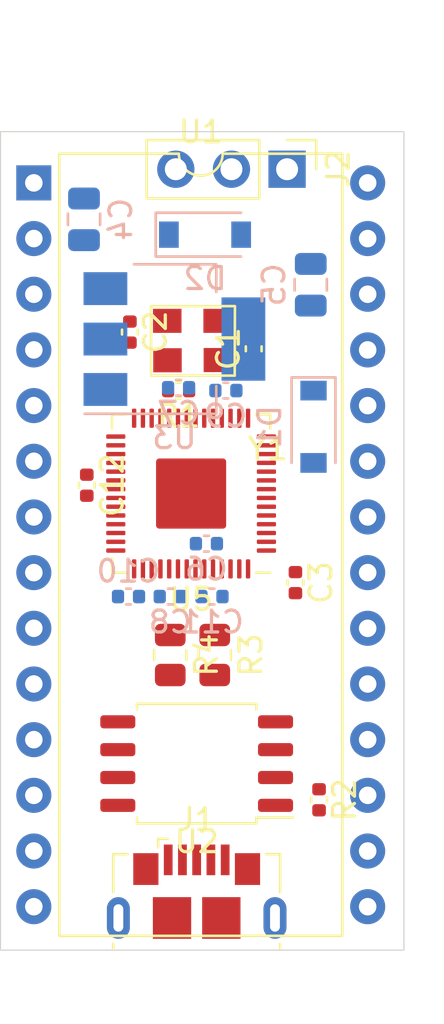
<source format=kicad_pcb>
(kicad_pcb (version 20171130) (host pcbnew 5.1.5+dfsg1-2build2)

  (general
    (thickness 1.6)
    (drawings 4)
    (tracks 0)
    (zones 0)
    (modules 25)
    (nets 37)
  )

  (page A4)
  (layers
    (0 F.Cu signal)
    (31 B.Cu signal)
    (32 B.Adhes user)
    (33 F.Adhes user)
    (34 B.Paste user)
    (35 F.Paste user)
    (36 B.SilkS user)
    (37 F.SilkS user)
    (38 B.Mask user)
    (39 F.Mask user)
    (40 Dwgs.User user)
    (41 Cmts.User user)
    (42 Eco1.User user)
    (43 Eco2.User user)
    (44 Edge.Cuts user)
    (45 Margin user)
    (46 B.CrtYd user)
    (47 F.CrtYd user)
    (48 B.Fab user hide)
    (49 F.Fab user)
  )

  (setup
    (last_trace_width 0.25)
    (trace_clearance 0.2)
    (zone_clearance 0.508)
    (zone_45_only no)
    (trace_min 0.2)
    (via_size 0.8)
    (via_drill 0.4)
    (via_min_size 0.4)
    (via_min_drill 0.3)
    (uvia_size 0.3)
    (uvia_drill 0.1)
    (uvias_allowed no)
    (uvia_min_size 0.2)
    (uvia_min_drill 0.1)
    (edge_width 0.05)
    (segment_width 0.2)
    (pcb_text_width 0.3)
    (pcb_text_size 1.5 1.5)
    (mod_edge_width 0.12)
    (mod_text_size 1 1)
    (mod_text_width 0.15)
    (pad_size 1.524 1.524)
    (pad_drill 0.762)
    (pad_to_mask_clearance 0.051)
    (solder_mask_min_width 0.25)
    (aux_axis_origin 0 0)
    (visible_elements FFFFFF7F)
    (pcbplotparams
      (layerselection 0x010fc_ffffffff)
      (usegerberextensions false)
      (usegerberattributes false)
      (usegerberadvancedattributes false)
      (creategerberjobfile false)
      (excludeedgelayer true)
      (linewidth 0.100000)
      (plotframeref false)
      (viasonmask false)
      (mode 1)
      (useauxorigin false)
      (hpglpennumber 1)
      (hpglpenspeed 20)
      (hpglpendiameter 15.000000)
      (psnegative false)
      (psa4output false)
      (plotreference true)
      (plotvalue true)
      (plotinvisibletext false)
      (padsonsilk false)
      (subtractmaskfromsilk false)
      (outputformat 1)
      (mirror false)
      (drillshape 1)
      (scaleselection 1)
      (outputdirectory ""))
  )

  (net 0 "")
  (net 1 GND)
  (net 2 "Net-(C2-Pad1)")
  (net 3 +3V3)
  (net 4 "Net-(C4-Pad1)")
  (net 5 +1V1)
  (net 6 USB_DP)
  (net 7 USB_DM)
  (net 8 VDD)
  (net 9 "Net-(D1-Pad1)")
  (net 10 SWD)
  (net 11 SWCLK)
  (net 12 SP_A5)
  (net 13 SP_A6)
  (net 14 SP_A7)
  (net 15 SP_DIGITAL_OUT)
  (net 16 SP_A8)
  (net 17 SP_A1)
  (net 18 SP_A2)
  (net 19 SP_A3)
  (net 20 SP_RESET_N)
  (net 21 SP_A4)
  (net 22 SP_SBY_RES_N)
  (net 23 SP_LRQ_N)
  (net 24 SP_SBY)
  (net 25 SP_ALD)
  (net 26 SP_SE)
  (net 27 "Net-(J1-Pad3)")
  (net 28 "Net-(J1-Pad2)")
  (net 29 XIN)
  (net 30 XOUT)
  (net 31 QSPI_SS)
  (net 32 QSPI_SD3)
  (net 33 QSPI_SCLK)
  (net 34 QSPI_SD0)
  (net 35 QSPI_SD2)
  (net 36 QSPI_SD1)

  (net_class Default "This is the default net class."
    (clearance 0.2)
    (trace_width 0.25)
    (via_dia 0.8)
    (via_drill 0.4)
    (uvia_dia 0.3)
    (uvia_drill 0.1)
    (add_net +1V1)
    (add_net +3V3)
    (add_net /RUN)
    (add_net GND)
    (add_net MISO_D0)
    (add_net MOSI_DI)
    (add_net "Net-(C2-Pad1)")
    (add_net "Net-(C4-Pad1)")
    (add_net "Net-(D1-Pad1)")
    (add_net "Net-(J1-Pad2)")
    (add_net "Net-(J1-Pad3)")
    (add_net "Net-(J1-Pad4)")
    (add_net "Net-(U1-Pad12)")
    (add_net "Net-(U1-Pad21)")
    (add_net "Net-(U1-Pad22)")
    (add_net "Net-(U1-Pad26)")
    (add_net "Net-(U1-Pad27)")
    (add_net "Net-(U1-Pad28)")
    (add_net "Net-(U1-Pad3)")
    (add_net "Net-(U1-Pad4)")
    (add_net "Net-(U1-Pad5)")
    (add_net "Net-(U1-Pad6)")
    (add_net "Net-(U5-Pad18)")
    (add_net "Net-(U5-Pad28)")
    (add_net "Net-(U5-Pad35)")
    (add_net "Net-(U5-Pad36)")
    (add_net "Net-(U5-Pad37)")
    (add_net "Net-(U5-Pad38)")
    (add_net "Net-(U5-Pad39)")
    (add_net "Net-(U5-Pad40)")
    (add_net "Net-(U5-Pad41)")
    (add_net QSPI_SCLK)
    (add_net QSPI_SD0)
    (add_net QSPI_SD1)
    (add_net QSPI_SD2)
    (add_net QSPI_SD3)
    (add_net QSPI_SS)
    (add_net SD_CLK)
    (add_net SD_DAT1)
    (add_net SD_DAT2)
    (add_net SD_SS)
    (add_net SP_A1)
    (add_net SP_A2)
    (add_net SP_A3)
    (add_net SP_A4)
    (add_net SP_A5)
    (add_net SP_A6)
    (add_net SP_A7)
    (add_net SP_A8)
    (add_net SP_ALD)
    (add_net SP_DIGITAL_OUT)
    (add_net SP_LRQ_N)
    (add_net SP_RESET_N)
    (add_net SP_SBY)
    (add_net SP_SBY_RES_N)
    (add_net SP_SE)
    (add_net SWCLK)
    (add_net SWD)
    (add_net USB_DM)
    (add_net USB_DP)
    (add_net USB_VBUS)
    (add_net VDD)
    (add_net XIN)
    (add_net XOUT)
  )

  (module Resistor_SMD:R_0805_2012Metric (layer F.Cu) (tedit 5F68FEEE) (tstamp 64E8E234)
    (at 80.391 91.059 270)
    (descr "Resistor SMD 0805 (2012 Metric), square (rectangular) end terminal, IPC_7351 nominal, (Body size source: IPC-SM-782 page 72, https://www.pcb-3d.com/wordpress/wp-content/uploads/ipc-sm-782a_amendment_1_and_2.pdf), generated with kicad-footprint-generator")
    (tags resistor)
    (path /64EAC854/64E979BB)
    (attr smd)
    (fp_text reference R4 (at 0 -1.65 90) (layer F.SilkS)
      (effects (font (size 1 1) (thickness 0.15)))
    )
    (fp_text value 27R (at 0 1.65 90) (layer F.Fab)
      (effects (font (size 1 1) (thickness 0.15)))
    )
    (fp_text user %R (at 0 0 90) (layer F.Fab)
      (effects (font (size 0.5 0.5) (thickness 0.08)))
    )
    (fp_line (start 1.68 0.95) (end -1.68 0.95) (layer F.CrtYd) (width 0.05))
    (fp_line (start 1.68 -0.95) (end 1.68 0.95) (layer F.CrtYd) (width 0.05))
    (fp_line (start -1.68 -0.95) (end 1.68 -0.95) (layer F.CrtYd) (width 0.05))
    (fp_line (start -1.68 0.95) (end -1.68 -0.95) (layer F.CrtYd) (width 0.05))
    (fp_line (start -0.227064 0.735) (end 0.227064 0.735) (layer F.SilkS) (width 0.12))
    (fp_line (start -0.227064 -0.735) (end 0.227064 -0.735) (layer F.SilkS) (width 0.12))
    (fp_line (start 1 0.625) (end -1 0.625) (layer F.Fab) (width 0.1))
    (fp_line (start 1 -0.625) (end 1 0.625) (layer F.Fab) (width 0.1))
    (fp_line (start -1 -0.625) (end 1 -0.625) (layer F.Fab) (width 0.1))
    (fp_line (start -1 0.625) (end -1 -0.625) (layer F.Fab) (width 0.1))
    (pad 2 smd roundrect (at 0.9125 0 270) (size 1.025 1.4) (layers F.Cu F.Paste F.Mask) (roundrect_rratio 0.243902)
      (net 28 "Net-(J1-Pad2)"))
    (pad 1 smd roundrect (at -0.9125 0 270) (size 1.025 1.4) (layers F.Cu F.Paste F.Mask) (roundrect_rratio 0.243902)
      (net 7 USB_DM))
    (model ${KISYS3DMOD}/Resistor_SMD.3dshapes/R_0805_2012Metric.wrl
      (at (xyz 0 0 0))
      (scale (xyz 1 1 1))
      (rotate (xyz 0 0 0))
    )
  )

  (module Resistor_SMD:R_0805_2012Metric (layer F.Cu) (tedit 5F68FEEE) (tstamp 64E8E223)
    (at 82.423 91.059 270)
    (descr "Resistor SMD 0805 (2012 Metric), square (rectangular) end terminal, IPC_7351 nominal, (Body size source: IPC-SM-782 page 72, https://www.pcb-3d.com/wordpress/wp-content/uploads/ipc-sm-782a_amendment_1_and_2.pdf), generated with kicad-footprint-generator")
    (tags resistor)
    (path /64EAC854/64E97426)
    (attr smd)
    (fp_text reference R3 (at 0 -1.65 90) (layer F.SilkS)
      (effects (font (size 1 1) (thickness 0.15)))
    )
    (fp_text value 27R (at 0 1.65 90) (layer F.Fab)
      (effects (font (size 1 1) (thickness 0.15)))
    )
    (fp_text user %R (at 0 0 90) (layer F.Fab)
      (effects (font (size 0.5 0.5) (thickness 0.08)))
    )
    (fp_line (start 1.68 0.95) (end -1.68 0.95) (layer F.CrtYd) (width 0.05))
    (fp_line (start 1.68 -0.95) (end 1.68 0.95) (layer F.CrtYd) (width 0.05))
    (fp_line (start -1.68 -0.95) (end 1.68 -0.95) (layer F.CrtYd) (width 0.05))
    (fp_line (start -1.68 0.95) (end -1.68 -0.95) (layer F.CrtYd) (width 0.05))
    (fp_line (start -0.227064 0.735) (end 0.227064 0.735) (layer F.SilkS) (width 0.12))
    (fp_line (start -0.227064 -0.735) (end 0.227064 -0.735) (layer F.SilkS) (width 0.12))
    (fp_line (start 1 0.625) (end -1 0.625) (layer F.Fab) (width 0.1))
    (fp_line (start 1 -0.625) (end 1 0.625) (layer F.Fab) (width 0.1))
    (fp_line (start -1 -0.625) (end 1 -0.625) (layer F.Fab) (width 0.1))
    (fp_line (start -1 0.625) (end -1 -0.625) (layer F.Fab) (width 0.1))
    (pad 2 smd roundrect (at 0.9125 0 270) (size 1.025 1.4) (layers F.Cu F.Paste F.Mask) (roundrect_rratio 0.243902)
      (net 27 "Net-(J1-Pad3)"))
    (pad 1 smd roundrect (at -0.9125 0 270) (size 1.025 1.4) (layers F.Cu F.Paste F.Mask) (roundrect_rratio 0.243902)
      (net 6 USB_DP))
    (model ${KISYS3DMOD}/Resistor_SMD.3dshapes/R_0805_2012Metric.wrl
      (at (xyz 0 0 0))
      (scale (xyz 1 1 1))
      (rotate (xyz 0 0 0))
    )
  )

  (module ajm_kicad:ecx-32 (layer F.Cu) (tedit 63F92135) (tstamp 64E8C24B)
    (at 77.9145 81.153 180)
    (path /64EAC854/64EB1A02)
    (fp_text reference Y1 (at -6.93 -0.5) (layer F.SilkS)
      (effects (font (size 1 1) (thickness 0.15)))
    )
    (fp_text value ABLS-12.000MHZ-B4-T (at -5.6515 -0.127) (layer F.Fab)
      (effects (font (size 1 1) (thickness 0.15)))
    )
    (fp_line (start -5.43 5.99) (end -5.42 2.84) (layer F.SilkS) (width 0.12))
    (fp_line (start -1.6 6.01) (end -5.43 6.01) (layer F.SilkS) (width 0.12))
    (fp_line (start -1.6 2.84) (end -1.6 6.01) (layer F.SilkS) (width 0.12))
    (fp_line (start -5.42 2.84) (end -1.6 2.84) (layer F.SilkS) (width 0.12))
    (pad 3 smd rect (at -4.64 5.34 180) (size 1.3 1.1) (layers F.Cu F.Paste F.Mask))
    (pad 3 smd rect (at -2.35 3.54 180) (size 1.3 1.1) (layers F.Cu F.Paste F.Mask))
    (pad 2 smd rect (at -2.34 5.34 180) (size 1.3 1.1) (layers F.Cu F.Paste F.Mask)
      (net 2 "Net-(C2-Pad1)"))
    (pad 1 smd rect (at -4.65 3.55 180) (size 1.3 1.1) (layers F.Cu F.Paste F.Mask)
      (net 29 XIN))
  )

  (module Package_DIP:DIP-28_W15.24mm (layer F.Cu) (tedit 5A02E8C5) (tstamp 64E89A34)
    (at 74.163501 69.520001)
    (descr "28-lead though-hole mounted DIP package, row spacing 15.24 mm (600 mils)")
    (tags "THT DIP DIL PDIP 2.54mm 15.24mm 600mil")
    (path /64E82CDE)
    (fp_text reference U1 (at 7.62 -2.33) (layer F.SilkS)
      (effects (font (size 1 1) (thickness 0.15)))
    )
    (fp_text value SP0256AL2 (at 7.62 35.35) (layer F.Fab)
      (effects (font (size 1 1) (thickness 0.15)))
    )
    (fp_text user %R (at 7.62 16.51) (layer F.Fab)
      (effects (font (size 1 1) (thickness 0.15)))
    )
    (fp_line (start 16.3 -1.55) (end -1.05 -1.55) (layer F.CrtYd) (width 0.05))
    (fp_line (start 16.3 34.55) (end 16.3 -1.55) (layer F.CrtYd) (width 0.05))
    (fp_line (start -1.05 34.55) (end 16.3 34.55) (layer F.CrtYd) (width 0.05))
    (fp_line (start -1.05 -1.55) (end -1.05 34.55) (layer F.CrtYd) (width 0.05))
    (fp_line (start 14.08 -1.33) (end 8.62 -1.33) (layer F.SilkS) (width 0.12))
    (fp_line (start 14.08 34.35) (end 14.08 -1.33) (layer F.SilkS) (width 0.12))
    (fp_line (start 1.16 34.35) (end 14.08 34.35) (layer F.SilkS) (width 0.12))
    (fp_line (start 1.16 -1.33) (end 1.16 34.35) (layer F.SilkS) (width 0.12))
    (fp_line (start 6.62 -1.33) (end 1.16 -1.33) (layer F.SilkS) (width 0.12))
    (fp_line (start 0.255 -0.27) (end 1.255 -1.27) (layer F.Fab) (width 0.1))
    (fp_line (start 0.255 34.29) (end 0.255 -0.27) (layer F.Fab) (width 0.1))
    (fp_line (start 14.985 34.29) (end 0.255 34.29) (layer F.Fab) (width 0.1))
    (fp_line (start 14.985 -1.27) (end 14.985 34.29) (layer F.Fab) (width 0.1))
    (fp_line (start 1.255 -1.27) (end 14.985 -1.27) (layer F.Fab) (width 0.1))
    (fp_arc (start 7.62 -1.33) (end 6.62 -1.33) (angle -180) (layer F.SilkS) (width 0.12))
    (pad 28 thru_hole oval (at 15.24 0) (size 1.6 1.6) (drill 0.8) (layers *.Cu *.Mask))
    (pad 14 thru_hole oval (at 0 33.02) (size 1.6 1.6) (drill 0.8) (layers *.Cu *.Mask)
      (net 12 SP_A5))
    (pad 27 thru_hole oval (at 15.24 2.54) (size 1.6 1.6) (drill 0.8) (layers *.Cu *.Mask))
    (pad 13 thru_hole oval (at 0 30.48) (size 1.6 1.6) (drill 0.8) (layers *.Cu *.Mask)
      (net 13 SP_A6))
    (pad 26 thru_hole oval (at 15.24 5.08) (size 1.6 1.6) (drill 0.8) (layers *.Cu *.Mask))
    (pad 12 thru_hole oval (at 0 27.94) (size 1.6 1.6) (drill 0.8) (layers *.Cu *.Mask))
    (pad 25 thru_hole oval (at 15.24 7.62) (size 1.6 1.6) (drill 0.8) (layers *.Cu *.Mask)
      (net 22 SP_SBY_RES_N))
    (pad 11 thru_hole oval (at 0 25.4) (size 1.6 1.6) (drill 0.8) (layers *.Cu *.Mask)
      (net 14 SP_A7))
    (pad 24 thru_hole oval (at 15.24 10.16) (size 1.6 1.6) (drill 0.8) (layers *.Cu *.Mask)
      (net 15 SP_DIGITAL_OUT))
    (pad 10 thru_hole oval (at 0 22.86) (size 1.6 1.6) (drill 0.8) (layers *.Cu *.Mask)
      (net 16 SP_A8))
    (pad 23 thru_hole oval (at 15.24 12.7) (size 1.6 1.6) (drill 0.8) (layers *.Cu *.Mask)
      (net 8 VDD))
    (pad 9 thru_hole oval (at 0 20.32) (size 1.6 1.6) (drill 0.8) (layers *.Cu *.Mask)
      (net 23 SP_LRQ_N))
    (pad 22 thru_hole oval (at 15.24 15.24) (size 1.6 1.6) (drill 0.8) (layers *.Cu *.Mask))
    (pad 8 thru_hole oval (at 0 17.78) (size 1.6 1.6) (drill 0.8) (layers *.Cu *.Mask)
      (net 24 SP_SBY))
    (pad 21 thru_hole oval (at 15.24 17.78) (size 1.6 1.6) (drill 0.8) (layers *.Cu *.Mask))
    (pad 7 thru_hole oval (at 0 15.24) (size 1.6 1.6) (drill 0.8) (layers *.Cu *.Mask)
      (net 8 VDD))
    (pad 20 thru_hole oval (at 15.24 20.32) (size 1.6 1.6) (drill 0.8) (layers *.Cu *.Mask)
      (net 25 SP_ALD))
    (pad 6 thru_hole oval (at 0 12.7) (size 1.6 1.6) (drill 0.8) (layers *.Cu *.Mask))
    (pad 19 thru_hole oval (at 15.24 22.86) (size 1.6 1.6) (drill 0.8) (layers *.Cu *.Mask)
      (net 26 SP_SE))
    (pad 5 thru_hole oval (at 0 10.16) (size 1.6 1.6) (drill 0.8) (layers *.Cu *.Mask))
    (pad 18 thru_hole oval (at 15.24 25.4) (size 1.6 1.6) (drill 0.8) (layers *.Cu *.Mask)
      (net 17 SP_A1))
    (pad 4 thru_hole oval (at 0 7.62) (size 1.6 1.6) (drill 0.8) (layers *.Cu *.Mask))
    (pad 17 thru_hole oval (at 15.24 27.94) (size 1.6 1.6) (drill 0.8) (layers *.Cu *.Mask)
      (net 18 SP_A2))
    (pad 3 thru_hole oval (at 0 5.08) (size 1.6 1.6) (drill 0.8) (layers *.Cu *.Mask))
    (pad 16 thru_hole oval (at 15.24 30.48) (size 1.6 1.6) (drill 0.8) (layers *.Cu *.Mask)
      (net 19 SP_A3))
    (pad 2 thru_hole oval (at 0 2.54) (size 1.6 1.6) (drill 0.8) (layers *.Cu *.Mask)
      (net 20 SP_RESET_N))
    (pad 15 thru_hole oval (at 15.24 33.02) (size 1.6 1.6) (drill 0.8) (layers *.Cu *.Mask)
      (net 21 SP_A4))
    (pad 1 thru_hole rect (at 0 0) (size 1.6 1.6) (drill 0.8) (layers *.Cu *.Mask)
      (net 1 GND))
    (model ${KISYS3DMOD}/Package_DIP.3dshapes/DIP-28_W15.24mm.wrl
      (at (xyz 0 0 0))
      (scale (xyz 1 1 1))
      (rotate (xyz 0 0 0))
    )
  )

  (module Diode_SMD:D_SOD-123 (layer B.Cu) (tedit 58645DC7) (tstamp 64E8994C)
    (at 81.9785 71.882)
    (descr SOD-123)
    (tags SOD-123)
    (path /64EAC854/64ED1647)
    (attr smd)
    (fp_text reference D2 (at 0 2) (layer B.SilkS)
      (effects (font (size 1 1) (thickness 0.15)) (justify mirror))
    )
    (fp_text value D_Small (at 0 -2.1) (layer B.Fab)
      (effects (font (size 1 1) (thickness 0.15)) (justify mirror))
    )
    (fp_line (start -2.25 1) (end 1.65 1) (layer B.SilkS) (width 0.12))
    (fp_line (start -2.25 -1) (end 1.65 -1) (layer B.SilkS) (width 0.12))
    (fp_line (start -2.35 1.15) (end -2.35 -1.15) (layer B.CrtYd) (width 0.05))
    (fp_line (start 2.35 -1.15) (end -2.35 -1.15) (layer B.CrtYd) (width 0.05))
    (fp_line (start 2.35 1.15) (end 2.35 -1.15) (layer B.CrtYd) (width 0.05))
    (fp_line (start -2.35 1.15) (end 2.35 1.15) (layer B.CrtYd) (width 0.05))
    (fp_line (start -1.4 0.9) (end 1.4 0.9) (layer B.Fab) (width 0.1))
    (fp_line (start 1.4 0.9) (end 1.4 -0.9) (layer B.Fab) (width 0.1))
    (fp_line (start 1.4 -0.9) (end -1.4 -0.9) (layer B.Fab) (width 0.1))
    (fp_line (start -1.4 -0.9) (end -1.4 0.9) (layer B.Fab) (width 0.1))
    (fp_line (start -0.75 0) (end -0.35 0) (layer B.Fab) (width 0.1))
    (fp_line (start -0.35 0) (end -0.35 0.55) (layer B.Fab) (width 0.1))
    (fp_line (start -0.35 0) (end -0.35 -0.55) (layer B.Fab) (width 0.1))
    (fp_line (start -0.35 0) (end 0.25 0.4) (layer B.Fab) (width 0.1))
    (fp_line (start 0.25 0.4) (end 0.25 -0.4) (layer B.Fab) (width 0.1))
    (fp_line (start 0.25 -0.4) (end -0.35 0) (layer B.Fab) (width 0.1))
    (fp_line (start 0.25 0) (end 0.75 0) (layer B.Fab) (width 0.1))
    (fp_line (start -2.25 1) (end -2.25 -1) (layer B.SilkS) (width 0.12))
    (fp_text user %R (at 0 2) (layer B.Fab)
      (effects (font (size 1 1) (thickness 0.15)) (justify mirror))
    )
    (pad 2 smd rect (at 1.65 0) (size 0.9 1.2) (layers B.Cu B.Paste B.Mask)
      (net 9 "Net-(D1-Pad1)"))
    (pad 1 smd rect (at -1.65 0) (size 0.9 1.2) (layers B.Cu B.Paste B.Mask)
      (net 4 "Net-(C4-Pad1)"))
    (model ${KISYS3DMOD}/Diode_SMD.3dshapes/D_SOD-123.wrl
      (at (xyz 0 0 0))
      (scale (xyz 1 1 1))
      (rotate (xyz 0 0 0))
    )
  )

  (module Diode_SMD:D_SOD-123 (layer B.Cu) (tedit 58645DC7) (tstamp 64E89933)
    (at 86.9315 80.645 270)
    (descr SOD-123)
    (tags SOD-123)
    (path /64EAC854/64ED21DF)
    (attr smd)
    (fp_text reference D1 (at 0 2 90) (layer B.SilkS)
      (effects (font (size 1 1) (thickness 0.15)) (justify mirror))
    )
    (fp_text value D_Small (at 0 -2.1 90) (layer B.Fab)
      (effects (font (size 1 1) (thickness 0.15)) (justify mirror))
    )
    (fp_line (start -2.25 1) (end 1.65 1) (layer B.SilkS) (width 0.12))
    (fp_line (start -2.25 -1) (end 1.65 -1) (layer B.SilkS) (width 0.12))
    (fp_line (start -2.35 1.15) (end -2.35 -1.15) (layer B.CrtYd) (width 0.05))
    (fp_line (start 2.35 -1.15) (end -2.35 -1.15) (layer B.CrtYd) (width 0.05))
    (fp_line (start 2.35 1.15) (end 2.35 -1.15) (layer B.CrtYd) (width 0.05))
    (fp_line (start -2.35 1.15) (end 2.35 1.15) (layer B.CrtYd) (width 0.05))
    (fp_line (start -1.4 0.9) (end 1.4 0.9) (layer B.Fab) (width 0.1))
    (fp_line (start 1.4 0.9) (end 1.4 -0.9) (layer B.Fab) (width 0.1))
    (fp_line (start 1.4 -0.9) (end -1.4 -0.9) (layer B.Fab) (width 0.1))
    (fp_line (start -1.4 -0.9) (end -1.4 0.9) (layer B.Fab) (width 0.1))
    (fp_line (start -0.75 0) (end -0.35 0) (layer B.Fab) (width 0.1))
    (fp_line (start -0.35 0) (end -0.35 0.55) (layer B.Fab) (width 0.1))
    (fp_line (start -0.35 0) (end -0.35 -0.55) (layer B.Fab) (width 0.1))
    (fp_line (start -0.35 0) (end 0.25 0.4) (layer B.Fab) (width 0.1))
    (fp_line (start 0.25 0.4) (end 0.25 -0.4) (layer B.Fab) (width 0.1))
    (fp_line (start 0.25 -0.4) (end -0.35 0) (layer B.Fab) (width 0.1))
    (fp_line (start 0.25 0) (end 0.75 0) (layer B.Fab) (width 0.1))
    (fp_line (start -2.25 1) (end -2.25 -1) (layer B.SilkS) (width 0.12))
    (fp_text user %R (at 0 2 90) (layer B.Fab)
      (effects (font (size 1 1) (thickness 0.15)) (justify mirror))
    )
    (pad 2 smd rect (at 1.65 0 270) (size 0.9 1.2) (layers B.Cu B.Paste B.Mask)
      (net 8 VDD))
    (pad 1 smd rect (at -1.65 0 270) (size 0.9 1.2) (layers B.Cu B.Paste B.Mask)
      (net 9 "Net-(D1-Pad1)"))
    (model ${KISYS3DMOD}/Diode_SMD.3dshapes/D_SOD-123.wrl
      (at (xyz 0 0 0))
      (scale (xyz 1 1 1))
      (rotate (xyz 0 0 0))
    )
  )

  (module rp2040:RP2040-QFN-56-no_holes (layer F.Cu) (tedit 60FE54E1) (tstamp 64E83D8C)
    (at 81.3435 83.693 180)
    (descr "QFN, 56 Pin (http://www.cypress.com/file/416486/download#page=40), generated with kicad-footprint-generator ipc_dfn_qfn_generator.py")
    (tags "QFN DFN_QFN")
    (path /63E250D6)
    (attr smd)
    (fp_text reference U5 (at 0 -4.82) (layer F.SilkS)
      (effects (font (size 1 1) (thickness 0.15)))
    )
    (fp_text value RP2040 (at 0 4.82) (layer F.Fab)
      (effects (font (size 1 1) (thickness 0.15)))
    )
    (fp_line (start 2.96 -3.61) (end 3.61 -3.61) (layer F.SilkS) (width 0.12))
    (fp_line (start 3.61 -3.61) (end 3.61 -2.96) (layer F.SilkS) (width 0.12))
    (fp_line (start -2.96 3.61) (end -3.61 3.61) (layer F.SilkS) (width 0.12))
    (fp_line (start -3.61 3.61) (end -3.61 2.96) (layer F.SilkS) (width 0.12))
    (fp_line (start 2.96 3.61) (end 3.61 3.61) (layer F.SilkS) (width 0.12))
    (fp_line (start 3.61 3.61) (end 3.61 2.96) (layer F.SilkS) (width 0.12))
    (fp_line (start -2.96 -3.61) (end -3.61 -3.61) (layer F.SilkS) (width 0.12))
    (fp_line (start -2.5 -3.5) (end 3.5 -3.5) (layer F.Fab) (width 0.1))
    (fp_line (start 3.5 -3.5) (end 3.5 3.5) (layer F.Fab) (width 0.1))
    (fp_line (start 3.5 3.5) (end -3.5 3.5) (layer F.Fab) (width 0.1))
    (fp_line (start -3.5 3.5) (end -3.5 -2.5) (layer F.Fab) (width 0.1))
    (fp_line (start -3.5 -2.5) (end -2.5 -3.5) (layer F.Fab) (width 0.1))
    (fp_line (start -4.12 -4.12) (end -4.12 4.12) (layer F.CrtYd) (width 0.05))
    (fp_line (start -4.12 4.12) (end 4.12 4.12) (layer F.CrtYd) (width 0.05))
    (fp_line (start 4.12 4.12) (end 4.12 -4.12) (layer F.CrtYd) (width 0.05))
    (fp_line (start 4.12 -4.12) (end -4.12 -4.12) (layer F.CrtYd) (width 0.05))
    (fp_text user %R (at 0 0) (layer F.Fab)
      (effects (font (size 1 1) (thickness 0.15)))
    )
    (pad 57 smd roundrect (at 0 0 180) (size 3.2 3.2) (layers F.Cu F.Mask) (roundrect_rratio 0.045)
      (net 1 GND))
    (pad "" smd roundrect (at -0.6375 -0.6375 180) (size 1.084435 1.084435) (layers F.Paste) (roundrect_rratio 0.230535))
    (pad "" smd roundrect (at -0.6375 0.6375 180) (size 1.084435 1.084435) (layers F.Paste) (roundrect_rratio 0.230535))
    (pad "" smd roundrect (at 0.6375 -0.6375 180) (size 1.084435 1.084435) (layers F.Paste) (roundrect_rratio 0.230535))
    (pad "" smd roundrect (at 0.6375 0.6375 180) (size 1.084435 1.084435) (layers F.Paste) (roundrect_rratio 0.230535))
    (pad 1 smd roundrect (at -3.4375 -2.6 180) (size 0.875 0.2) (layers F.Cu F.Paste F.Mask) (roundrect_rratio 0.25)
      (net 3 +3V3))
    (pad 2 smd roundrect (at -3.4375 -2.2 180) (size 0.875 0.2) (layers F.Cu F.Paste F.Mask) (roundrect_rratio 0.25)
      (net 17 SP_A1))
    (pad 3 smd roundrect (at -3.4375 -1.8 180) (size 0.875 0.2) (layers F.Cu F.Paste F.Mask) (roundrect_rratio 0.25)
      (net 18 SP_A2))
    (pad 4 smd roundrect (at -3.4375 -1.4 180) (size 0.875 0.2) (layers F.Cu F.Paste F.Mask) (roundrect_rratio 0.25)
      (net 19 SP_A3))
    (pad 5 smd roundrect (at -3.4375 -1 180) (size 0.875 0.2) (layers F.Cu F.Paste F.Mask) (roundrect_rratio 0.25)
      (net 21 SP_A4))
    (pad 6 smd roundrect (at -3.4375 -0.6 180) (size 0.875 0.2) (layers F.Cu F.Paste F.Mask) (roundrect_rratio 0.25)
      (net 12 SP_A5))
    (pad 7 smd roundrect (at -3.4375 -0.2 180) (size 0.875 0.2) (layers F.Cu F.Paste F.Mask) (roundrect_rratio 0.25)
      (net 13 SP_A6))
    (pad 8 smd roundrect (at -3.4375 0.2 180) (size 0.875 0.2) (layers F.Cu F.Paste F.Mask) (roundrect_rratio 0.25)
      (net 14 SP_A7))
    (pad 9 smd roundrect (at -3.4375 0.6 180) (size 0.875 0.2) (layers F.Cu F.Paste F.Mask) (roundrect_rratio 0.25)
      (net 16 SP_A8))
    (pad 10 smd roundrect (at -3.4375 1 180) (size 0.875 0.2) (layers F.Cu F.Paste F.Mask) (roundrect_rratio 0.25)
      (net 3 +3V3))
    (pad 11 smd roundrect (at -3.4375 1.4 180) (size 0.875 0.2) (layers F.Cu F.Paste F.Mask) (roundrect_rratio 0.25)
      (net 25 SP_ALD))
    (pad 12 smd roundrect (at -3.4375 1.8 180) (size 0.875 0.2) (layers F.Cu F.Paste F.Mask) (roundrect_rratio 0.25)
      (net 26 SP_SE))
    (pad 13 smd roundrect (at -3.4375 2.2 180) (size 0.875 0.2) (layers F.Cu F.Paste F.Mask) (roundrect_rratio 0.25)
      (net 22 SP_SBY_RES_N))
    (pad 14 smd roundrect (at -3.4375 2.6 180) (size 0.875 0.2) (layers F.Cu F.Paste F.Mask) (roundrect_rratio 0.25)
      (net 15 SP_DIGITAL_OUT))
    (pad 15 smd roundrect (at -2.6 3.4375 180) (size 0.2 0.875) (layers F.Cu F.Paste F.Mask) (roundrect_rratio 0.25)
      (net 20 SP_RESET_N))
    (pad 16 smd roundrect (at -2.2 3.4375 180) (size 0.2 0.875) (layers F.Cu F.Paste F.Mask) (roundrect_rratio 0.25)
      (net 23 SP_LRQ_N))
    (pad 17 smd roundrect (at -1.8 3.4375 180) (size 0.2 0.875) (layers F.Cu F.Paste F.Mask) (roundrect_rratio 0.25)
      (net 24 SP_SBY))
    (pad 18 smd roundrect (at -1.4 3.4375 180) (size 0.2 0.875) (layers F.Cu F.Paste F.Mask) (roundrect_rratio 0.25))
    (pad 19 smd roundrect (at -1 3.4375 180) (size 0.2 0.875) (layers F.Cu F.Paste F.Mask) (roundrect_rratio 0.25)
      (net 1 GND))
    (pad 20 smd roundrect (at -0.6 3.4375 180) (size 0.2 0.875) (layers F.Cu F.Paste F.Mask) (roundrect_rratio 0.25)
      (net 29 XIN))
    (pad 21 smd roundrect (at -0.2 3.4375 180) (size 0.2 0.875) (layers F.Cu F.Paste F.Mask) (roundrect_rratio 0.25)
      (net 30 XOUT))
    (pad 22 smd roundrect (at 0.2 3.4375 180) (size 0.2 0.875) (layers F.Cu F.Paste F.Mask) (roundrect_rratio 0.25)
      (net 3 +3V3))
    (pad 23 smd roundrect (at 0.6 3.4375 180) (size 0.2 0.875) (layers F.Cu F.Paste F.Mask) (roundrect_rratio 0.25)
      (net 5 +1V1))
    (pad 24 smd roundrect (at 1 3.4375 180) (size 0.2 0.875) (layers F.Cu F.Paste F.Mask) (roundrect_rratio 0.25)
      (net 11 SWCLK))
    (pad 25 smd roundrect (at 1.4 3.4375 180) (size 0.2 0.875) (layers F.Cu F.Paste F.Mask) (roundrect_rratio 0.25)
      (net 10 SWD))
    (pad 26 smd roundrect (at 1.8 3.4375 180) (size 0.2 0.875) (layers F.Cu F.Paste F.Mask) (roundrect_rratio 0.25))
    (pad 27 smd roundrect (at 2.2 3.4375 180) (size 0.2 0.875) (layers F.Cu F.Paste F.Mask) (roundrect_rratio 0.25))
    (pad 28 smd roundrect (at 2.6 3.4375 180) (size 0.2 0.875) (layers F.Cu F.Paste F.Mask) (roundrect_rratio 0.25))
    (pad 29 smd roundrect (at 3.4375 2.6 180) (size 0.875 0.2) (layers F.Cu F.Paste F.Mask) (roundrect_rratio 0.25))
    (pad 30 smd roundrect (at 3.4375 2.2 180) (size 0.875 0.2) (layers F.Cu F.Paste F.Mask) (roundrect_rratio 0.25))
    (pad 31 smd roundrect (at 3.4375 1.8 180) (size 0.875 0.2) (layers F.Cu F.Paste F.Mask) (roundrect_rratio 0.25))
    (pad 32 smd roundrect (at 3.4375 1.4 180) (size 0.875 0.2) (layers F.Cu F.Paste F.Mask) (roundrect_rratio 0.25))
    (pad 33 smd roundrect (at 3.4375 1 180) (size 0.875 0.2) (layers F.Cu F.Paste F.Mask) (roundrect_rratio 0.25)
      (net 3 +3V3))
    (pad 34 smd roundrect (at 3.4375 0.6 180) (size 0.875 0.2) (layers F.Cu F.Paste F.Mask) (roundrect_rratio 0.25))
    (pad 35 smd roundrect (at 3.4375 0.2 180) (size 0.875 0.2) (layers F.Cu F.Paste F.Mask) (roundrect_rratio 0.25))
    (pad 36 smd roundrect (at 3.4375 -0.2 180) (size 0.875 0.2) (layers F.Cu F.Paste F.Mask) (roundrect_rratio 0.25))
    (pad 37 smd roundrect (at 3.4375 -0.6 180) (size 0.875 0.2) (layers F.Cu F.Paste F.Mask) (roundrect_rratio 0.25))
    (pad 38 smd roundrect (at 3.4375 -1 180) (size 0.875 0.2) (layers F.Cu F.Paste F.Mask) (roundrect_rratio 0.25))
    (pad 39 smd roundrect (at 3.4375 -1.4 180) (size 0.875 0.2) (layers F.Cu F.Paste F.Mask) (roundrect_rratio 0.25))
    (pad 40 smd roundrect (at 3.4375 -1.8 180) (size 0.875 0.2) (layers F.Cu F.Paste F.Mask) (roundrect_rratio 0.25))
    (pad 41 smd roundrect (at 3.4375 -2.2 180) (size 0.875 0.2) (layers F.Cu F.Paste F.Mask) (roundrect_rratio 0.25))
    (pad 42 smd roundrect (at 3.4375 -2.6 180) (size 0.875 0.2) (layers F.Cu F.Paste F.Mask) (roundrect_rratio 0.25)
      (net 3 +3V3))
    (pad 43 smd roundrect (at 2.6 -3.4375 180) (size 0.2 0.875) (layers F.Cu F.Paste F.Mask) (roundrect_rratio 0.25)
      (net 3 +3V3))
    (pad 44 smd roundrect (at 2.2 -3.4375 180) (size 0.2 0.875) (layers F.Cu F.Paste F.Mask) (roundrect_rratio 0.25)
      (net 3 +3V3))
    (pad 45 smd roundrect (at 1.8 -3.4375 180) (size 0.2 0.875) (layers F.Cu F.Paste F.Mask) (roundrect_rratio 0.25)
      (net 5 +1V1))
    (pad 46 smd roundrect (at 1.4 -3.4375 180) (size 0.2 0.875) (layers F.Cu F.Paste F.Mask) (roundrect_rratio 0.25)
      (net 7 USB_DM))
    (pad 47 smd roundrect (at 1 -3.4375 180) (size 0.2 0.875) (layers F.Cu F.Paste F.Mask) (roundrect_rratio 0.25)
      (net 6 USB_DP))
    (pad 48 smd roundrect (at 0.6 -3.4375 180) (size 0.2 0.875) (layers F.Cu F.Paste F.Mask) (roundrect_rratio 0.25)
      (net 3 +3V3))
    (pad 49 smd roundrect (at 0.2 -3.4375 180) (size 0.2 0.875) (layers F.Cu F.Paste F.Mask) (roundrect_rratio 0.25)
      (net 3 +3V3))
    (pad 50 smd roundrect (at -0.2 -3.4375 180) (size 0.2 0.875) (layers F.Cu F.Paste F.Mask) (roundrect_rratio 0.25)
      (net 5 +1V1))
    (pad 51 smd roundrect (at -0.6 -3.4375 180) (size 0.2 0.875) (layers F.Cu F.Paste F.Mask) (roundrect_rratio 0.25)
      (net 32 QSPI_SD3))
    (pad 52 smd roundrect (at -1 -3.4375 180) (size 0.2 0.875) (layers F.Cu F.Paste F.Mask) (roundrect_rratio 0.25)
      (net 33 QSPI_SCLK))
    (pad 53 smd roundrect (at -1.4 -3.4375 180) (size 0.2 0.875) (layers F.Cu F.Paste F.Mask) (roundrect_rratio 0.25)
      (net 34 QSPI_SD0))
    (pad 54 smd roundrect (at -1.8 -3.4375 180) (size 0.2 0.875) (layers F.Cu F.Paste F.Mask) (roundrect_rratio 0.25)
      (net 35 QSPI_SD2))
    (pad 55 smd roundrect (at -2.2 -3.4375 180) (size 0.2 0.875) (layers F.Cu F.Paste F.Mask) (roundrect_rratio 0.25)
      (net 36 QSPI_SD1))
    (pad 56 smd roundrect (at -2.6 -3.4375 180) (size 0.2 0.875) (layers F.Cu F.Paste F.Mask) (roundrect_rratio 0.25)
      (net 31 QSPI_SS))
    (model ${KISYS3DMOD}/Package_DFN_QFN.3dshapes/QFN-56-1EP_7x7mm_P0.4mm_EP5.6x5.6mm.wrl
      (at (xyz 0 0 0))
      (scale (xyz 1 1 1))
      (rotate (xyz 0 0 0))
    )
  )

  (module Package_TO_SOT_SMD:SOT-223-3_TabPin2 (layer B.Cu) (tedit 5A02FF57) (tstamp 64E83D3A)
    (at 80.5815 76.6445)
    (descr "module CMS SOT223 4 pins")
    (tags "CMS SOT")
    (path /64EAC854/64EC8899)
    (attr smd)
    (fp_text reference U3 (at 0 4.5) (layer B.SilkS)
      (effects (font (size 1 1) (thickness 0.15)) (justify mirror))
    )
    (fp_text value NCP1117-3.3_SOT223 (at 0 -4.5) (layer B.Fab)
      (effects (font (size 1 1) (thickness 0.15)) (justify mirror))
    )
    (fp_line (start 1.85 3.35) (end 1.85 -3.35) (layer B.Fab) (width 0.1))
    (fp_line (start -1.85 -3.35) (end 1.85 -3.35) (layer B.Fab) (width 0.1))
    (fp_line (start -4.1 3.41) (end 1.91 3.41) (layer B.SilkS) (width 0.12))
    (fp_line (start -0.85 3.35) (end 1.85 3.35) (layer B.Fab) (width 0.1))
    (fp_line (start -1.85 -3.41) (end 1.91 -3.41) (layer B.SilkS) (width 0.12))
    (fp_line (start -1.85 2.35) (end -1.85 -3.35) (layer B.Fab) (width 0.1))
    (fp_line (start -1.85 2.35) (end -0.85 3.35) (layer B.Fab) (width 0.1))
    (fp_line (start -4.4 3.6) (end -4.4 -3.6) (layer B.CrtYd) (width 0.05))
    (fp_line (start -4.4 -3.6) (end 4.4 -3.6) (layer B.CrtYd) (width 0.05))
    (fp_line (start 4.4 -3.6) (end 4.4 3.6) (layer B.CrtYd) (width 0.05))
    (fp_line (start 4.4 3.6) (end -4.4 3.6) (layer B.CrtYd) (width 0.05))
    (fp_line (start 1.91 3.41) (end 1.91 2.15) (layer B.SilkS) (width 0.12))
    (fp_line (start 1.91 -3.41) (end 1.91 -2.15) (layer B.SilkS) (width 0.12))
    (fp_text user %R (at 0 0 -90) (layer B.Fab)
      (effects (font (size 0.8 0.8) (thickness 0.12)) (justify mirror))
    )
    (pad 1 smd rect (at -3.15 2.3) (size 2 1.5) (layers B.Cu B.Paste B.Mask)
      (net 1 GND))
    (pad 3 smd rect (at -3.15 -2.3) (size 2 1.5) (layers B.Cu B.Paste B.Mask)
      (net 4 "Net-(C4-Pad1)"))
    (pad 2 smd rect (at -3.15 0) (size 2 1.5) (layers B.Cu B.Paste B.Mask)
      (net 3 +3V3))
    (pad 2 smd rect (at 3.15 0) (size 2 3.8) (layers B.Cu B.Paste B.Mask)
      (net 3 +3V3))
    (model ${KISYS3DMOD}/Package_TO_SOT_SMD.3dshapes/SOT-223.wrl
      (at (xyz 0 0 0))
      (scale (xyz 1 1 1))
      (rotate (xyz 0 0 0))
    )
  )

  (module Package_SO:SOIC-8_5.23x5.23mm_P1.27mm (layer F.Cu) (tedit 5D9F72B1) (tstamp 64E83D24)
    (at 81.5975 96.012 180)
    (descr "SOIC, 8 Pin (http://www.winbond.com/resource-files/w25q32jv%20revg%2003272018%20plus.pdf#page=68), generated with kicad-footprint-generator ipc_gullwing_generator.py")
    (tags "SOIC SO")
    (path /64EAC854/64EBD60A)
    (attr smd)
    (fp_text reference U2 (at 0 -3.56) (layer F.SilkS)
      (effects (font (size 1 1) (thickness 0.15)))
    )
    (fp_text value W25Q128JVS (at 0 3.56) (layer F.Fab)
      (effects (font (size 1 1) (thickness 0.15)))
    )
    (fp_text user %R (at 0 0) (layer F.Fab)
      (effects (font (size 1 1) (thickness 0.15)))
    )
    (fp_line (start 4.65 -2.86) (end -4.65 -2.86) (layer F.CrtYd) (width 0.05))
    (fp_line (start 4.65 2.86) (end 4.65 -2.86) (layer F.CrtYd) (width 0.05))
    (fp_line (start -4.65 2.86) (end 4.65 2.86) (layer F.CrtYd) (width 0.05))
    (fp_line (start -4.65 -2.86) (end -4.65 2.86) (layer F.CrtYd) (width 0.05))
    (fp_line (start -2.615 -1.615) (end -1.615 -2.615) (layer F.Fab) (width 0.1))
    (fp_line (start -2.615 2.615) (end -2.615 -1.615) (layer F.Fab) (width 0.1))
    (fp_line (start 2.615 2.615) (end -2.615 2.615) (layer F.Fab) (width 0.1))
    (fp_line (start 2.615 -2.615) (end 2.615 2.615) (layer F.Fab) (width 0.1))
    (fp_line (start -1.615 -2.615) (end 2.615 -2.615) (layer F.Fab) (width 0.1))
    (fp_line (start -2.725 -2.465) (end -4.4 -2.465) (layer F.SilkS) (width 0.12))
    (fp_line (start -2.725 -2.725) (end -2.725 -2.465) (layer F.SilkS) (width 0.12))
    (fp_line (start 0 -2.725) (end -2.725 -2.725) (layer F.SilkS) (width 0.12))
    (fp_line (start 2.725 -2.725) (end 2.725 -2.465) (layer F.SilkS) (width 0.12))
    (fp_line (start 0 -2.725) (end 2.725 -2.725) (layer F.SilkS) (width 0.12))
    (fp_line (start -2.725 2.725) (end -2.725 2.465) (layer F.SilkS) (width 0.12))
    (fp_line (start 0 2.725) (end -2.725 2.725) (layer F.SilkS) (width 0.12))
    (fp_line (start 2.725 2.725) (end 2.725 2.465) (layer F.SilkS) (width 0.12))
    (fp_line (start 0 2.725) (end 2.725 2.725) (layer F.SilkS) (width 0.12))
    (pad 8 smd roundrect (at 3.6 -1.905 180) (size 1.6 0.6) (layers F.Cu F.Paste F.Mask) (roundrect_rratio 0.25)
      (net 3 +3V3))
    (pad 7 smd roundrect (at 3.6 -0.635 180) (size 1.6 0.6) (layers F.Cu F.Paste F.Mask) (roundrect_rratio 0.25)
      (net 32 QSPI_SD3))
    (pad 6 smd roundrect (at 3.6 0.635 180) (size 1.6 0.6) (layers F.Cu F.Paste F.Mask) (roundrect_rratio 0.25)
      (net 33 QSPI_SCLK))
    (pad 5 smd roundrect (at 3.6 1.905 180) (size 1.6 0.6) (layers F.Cu F.Paste F.Mask) (roundrect_rratio 0.25)
      (net 34 QSPI_SD0))
    (pad 4 smd roundrect (at -3.6 1.905 180) (size 1.6 0.6) (layers F.Cu F.Paste F.Mask) (roundrect_rratio 0.25)
      (net 1 GND))
    (pad 3 smd roundrect (at -3.6 0.635 180) (size 1.6 0.6) (layers F.Cu F.Paste F.Mask) (roundrect_rratio 0.25)
      (net 35 QSPI_SD2))
    (pad 2 smd roundrect (at -3.6 -0.635 180) (size 1.6 0.6) (layers F.Cu F.Paste F.Mask) (roundrect_rratio 0.25)
      (net 36 QSPI_SD1))
    (pad 1 smd roundrect (at -3.6 -1.905 180) (size 1.6 0.6) (layers F.Cu F.Paste F.Mask) (roundrect_rratio 0.25)
      (net 31 QSPI_SS))
    (model ${KISYS3DMOD}/Package_SO.3dshapes/SOIC-8_5.23x5.23mm_P1.27mm.wrl
      (at (xyz 0 0 0))
      (scale (xyz 1 1 1))
      (rotate (xyz 0 0 0))
    )
  )

  (module Capacitor_SMD:C_0402_1005Metric (layer F.Cu) (tedit 5F68FEEE) (tstamp 64E83D05)
    (at 87.1855 97.663 270)
    (descr "Capacitor SMD 0402 (1005 Metric), square (rectangular) end terminal, IPC_7351 nominal, (Body size source: IPC-SM-782 page 76, https://www.pcb-3d.com/wordpress/wp-content/uploads/ipc-sm-782a_amendment_1_and_2.pdf), generated with kicad-footprint-generator")
    (tags capacitor)
    (path /64EAC854/64EBD5F9)
    (attr smd)
    (fp_text reference R2 (at 0 -1.16 90) (layer F.SilkS)
      (effects (font (size 1 1) (thickness 0.15)))
    )
    (fp_text value 10k (at 0 1.16 90) (layer F.Fab)
      (effects (font (size 1 1) (thickness 0.15)))
    )
    (fp_text user %R (at 0 0 90) (layer F.Fab)
      (effects (font (size 0.25 0.25) (thickness 0.04)))
    )
    (fp_line (start 0.91 0.46) (end -0.91 0.46) (layer F.CrtYd) (width 0.05))
    (fp_line (start 0.91 -0.46) (end 0.91 0.46) (layer F.CrtYd) (width 0.05))
    (fp_line (start -0.91 -0.46) (end 0.91 -0.46) (layer F.CrtYd) (width 0.05))
    (fp_line (start -0.91 0.46) (end -0.91 -0.46) (layer F.CrtYd) (width 0.05))
    (fp_line (start -0.107836 0.36) (end 0.107836 0.36) (layer F.SilkS) (width 0.12))
    (fp_line (start -0.107836 -0.36) (end 0.107836 -0.36) (layer F.SilkS) (width 0.12))
    (fp_line (start 0.5 0.25) (end -0.5 0.25) (layer F.Fab) (width 0.1))
    (fp_line (start 0.5 -0.25) (end 0.5 0.25) (layer F.Fab) (width 0.1))
    (fp_line (start -0.5 -0.25) (end 0.5 -0.25) (layer F.Fab) (width 0.1))
    (fp_line (start -0.5 0.25) (end -0.5 -0.25) (layer F.Fab) (width 0.1))
    (pad 2 smd roundrect (at 0.48 0 270) (size 0.56 0.62) (layers F.Cu F.Paste F.Mask) (roundrect_rratio 0.25)
      (net 31 QSPI_SS))
    (pad 1 smd roundrect (at -0.48 0 270) (size 0.56 0.62) (layers F.Cu F.Paste F.Mask) (roundrect_rratio 0.25)
      (net 3 +3V3))
    (model ${KISYS3DMOD}/Capacitor_SMD.3dshapes/C_0402_1005Metric.wrl
      (at (xyz 0 0 0))
      (scale (xyz 1 1 1))
      (rotate (xyz 0 0 0))
    )
  )

  (module Capacitor_SMD:C_0402_1005Metric (layer F.Cu) (tedit 5F68FEEE) (tstamp 64E83CF4)
    (at 80.772 78.994 180)
    (descr "Capacitor SMD 0402 (1005 Metric), square (rectangular) end terminal, IPC_7351 nominal, (Body size source: IPC-SM-782 page 76, https://www.pcb-3d.com/wordpress/wp-content/uploads/ipc-sm-782a_amendment_1_and_2.pdf), generated with kicad-footprint-generator")
    (tags capacitor)
    (path /64EAC854/64EB19FC)
    (attr smd)
    (fp_text reference R1 (at 0 -1.16) (layer F.SilkS)
      (effects (font (size 1 1) (thickness 0.15)))
    )
    (fp_text value 1k (at 0 1.16) (layer F.Fab)
      (effects (font (size 1 1) (thickness 0.15)))
    )
    (fp_text user %R (at 0 0) (layer F.Fab)
      (effects (font (size 0.25 0.25) (thickness 0.04)))
    )
    (fp_line (start 0.91 0.46) (end -0.91 0.46) (layer F.CrtYd) (width 0.05))
    (fp_line (start 0.91 -0.46) (end 0.91 0.46) (layer F.CrtYd) (width 0.05))
    (fp_line (start -0.91 -0.46) (end 0.91 -0.46) (layer F.CrtYd) (width 0.05))
    (fp_line (start -0.91 0.46) (end -0.91 -0.46) (layer F.CrtYd) (width 0.05))
    (fp_line (start -0.107836 0.36) (end 0.107836 0.36) (layer F.SilkS) (width 0.12))
    (fp_line (start -0.107836 -0.36) (end 0.107836 -0.36) (layer F.SilkS) (width 0.12))
    (fp_line (start 0.5 0.25) (end -0.5 0.25) (layer F.Fab) (width 0.1))
    (fp_line (start 0.5 -0.25) (end 0.5 0.25) (layer F.Fab) (width 0.1))
    (fp_line (start -0.5 -0.25) (end 0.5 -0.25) (layer F.Fab) (width 0.1))
    (fp_line (start -0.5 0.25) (end -0.5 -0.25) (layer F.Fab) (width 0.1))
    (pad 2 smd roundrect (at 0.48 0 180) (size 0.56 0.62) (layers F.Cu F.Paste F.Mask) (roundrect_rratio 0.25)
      (net 2 "Net-(C2-Pad1)"))
    (pad 1 smd roundrect (at -0.48 0 180) (size 0.56 0.62) (layers F.Cu F.Paste F.Mask) (roundrect_rratio 0.25)
      (net 30 XOUT))
    (model ${KISYS3DMOD}/Capacitor_SMD.3dshapes/C_0402_1005Metric.wrl
      (at (xyz 0 0 0))
      (scale (xyz 1 1 1))
      (rotate (xyz 0 0 0))
    )
  )

  (module Connector_PinHeader_2.54mm:PinHeader_1x03_P2.54mm_Vertical (layer F.Cu) (tedit 59FED5CC) (tstamp 64E83CE3)
    (at 85.725 68.8975 270)
    (descr "Through hole straight pin header, 1x03, 2.54mm pitch, single row")
    (tags "Through hole pin header THT 1x03 2.54mm single row")
    (path /64EAC854/64EC041B)
    (fp_text reference J2 (at 0 -2.33 90) (layer F.SilkS)
      (effects (font (size 1 1) (thickness 0.15)))
    )
    (fp_text value Conn_01x03_Female (at 0 7.41 90) (layer F.Fab)
      (effects (font (size 1 1) (thickness 0.15)))
    )
    (fp_text user %R (at 0 2.54) (layer F.Fab)
      (effects (font (size 1 1) (thickness 0.15)))
    )
    (fp_line (start 1.8 -1.8) (end -1.8 -1.8) (layer F.CrtYd) (width 0.05))
    (fp_line (start 1.8 6.85) (end 1.8 -1.8) (layer F.CrtYd) (width 0.05))
    (fp_line (start -1.8 6.85) (end 1.8 6.85) (layer F.CrtYd) (width 0.05))
    (fp_line (start -1.8 -1.8) (end -1.8 6.85) (layer F.CrtYd) (width 0.05))
    (fp_line (start -1.33 -1.33) (end 0 -1.33) (layer F.SilkS) (width 0.12))
    (fp_line (start -1.33 0) (end -1.33 -1.33) (layer F.SilkS) (width 0.12))
    (fp_line (start -1.33 1.27) (end 1.33 1.27) (layer F.SilkS) (width 0.12))
    (fp_line (start 1.33 1.27) (end 1.33 6.41) (layer F.SilkS) (width 0.12))
    (fp_line (start -1.33 1.27) (end -1.33 6.41) (layer F.SilkS) (width 0.12))
    (fp_line (start -1.33 6.41) (end 1.33 6.41) (layer F.SilkS) (width 0.12))
    (fp_line (start -1.27 -0.635) (end -0.635 -1.27) (layer F.Fab) (width 0.1))
    (fp_line (start -1.27 6.35) (end -1.27 -0.635) (layer F.Fab) (width 0.1))
    (fp_line (start 1.27 6.35) (end -1.27 6.35) (layer F.Fab) (width 0.1))
    (fp_line (start 1.27 -1.27) (end 1.27 6.35) (layer F.Fab) (width 0.1))
    (fp_line (start -0.635 -1.27) (end 1.27 -1.27) (layer F.Fab) (width 0.1))
    (pad 3 thru_hole oval (at 0 5.08 270) (size 1.7 1.7) (drill 1) (layers *.Cu *.Mask)
      (net 10 SWD))
    (pad 2 thru_hole oval (at 0 2.54 270) (size 1.7 1.7) (drill 1) (layers *.Cu *.Mask)
      (net 1 GND))
    (pad 1 thru_hole rect (at 0 0 270) (size 1.7 1.7) (drill 1) (layers *.Cu *.Mask)
      (net 11 SWCLK))
    (model ${KISYS3DMOD}/Connector_PinHeader_2.54mm.3dshapes/PinHeader_1x03_P2.54mm_Vertical.wrl
      (at (xyz 0 0 0))
      (scale (xyz 1 1 1))
      (rotate (xyz 0 0 0))
    )
  )

  (module Connector_USB:USB_Micro-B_GCT_USB3076-30-A (layer F.Cu) (tedit 5A170D03) (tstamp 64E83CCC)
    (at 81.5975 101.854)
    (descr "GCT Micro USB https://gct.co/files/drawings/usb3076.pdf")
    (tags "Micro-USB SMD Typ-B GCT")
    (path /64EAC854/64EB5E42)
    (attr smd)
    (fp_text reference J1 (at 0 -3.3) (layer F.SilkS)
      (effects (font (size 1 1) (thickness 0.15)))
    )
    (fp_text value USB_B_Micro (at 0 5.2) (layer F.Fab)
      (effects (font (size 1 1) (thickness 0.15)))
    )
    (fp_line (start -1.1 -2.16) (end -1.1 -1.95) (layer F.Fab) (width 0.1))
    (fp_line (start -1.5 -2.16) (end -1.5 -1.95) (layer F.Fab) (width 0.1))
    (fp_line (start -1.5 -2.16) (end -1.1 -2.16) (layer F.Fab) (width 0.1))
    (fp_line (start -1.1 -1.95) (end -1.3 -1.75) (layer F.Fab) (width 0.1))
    (fp_line (start -1.3 -1.75) (end -1.5 -1.95) (layer F.Fab) (width 0.1))
    (fp_line (start -1.76 -2.41) (end -1.76 -2.02) (layer F.SilkS) (width 0.12))
    (fp_line (start -1.76 -2.41) (end -1.31 -2.41) (layer F.SilkS) (width 0.12))
    (fp_text user %R (at 0 0.85) (layer F.Fab)
      (effects (font (size 1 1) (thickness 0.15)))
    )
    (fp_line (start 3.81 -1.71) (end 3.16 -1.71) (layer F.SilkS) (width 0.12))
    (fp_line (start 3.81 0.02) (end 3.81 -1.71) (layer F.SilkS) (width 0.12))
    (fp_line (start -3.81 2.59) (end -3.81 2.38) (layer F.SilkS) (width 0.12))
    (fp_line (start -3.7 3.95) (end -3.7 -1.6) (layer F.Fab) (width 0.1))
    (fp_line (start -3.7 -1.6) (end 3.7 -1.6) (layer F.Fab) (width 0.1))
    (fp_line (start -3.7 3.95) (end 3.7 3.95) (layer F.Fab) (width 0.1))
    (fp_line (start -3 2.65) (end 3 2.65) (layer F.Fab) (width 0.1))
    (fp_line (start 3.7 3.95) (end 3.7 -1.6) (layer F.Fab) (width 0.1))
    (fp_line (start 3.81 2.59) (end 3.81 2.38) (layer F.SilkS) (width 0.12))
    (fp_line (start -3.81 0.02) (end -3.81 -1.71) (layer F.SilkS) (width 0.12))
    (fp_line (start -3.81 -1.71) (end -3.15 -1.71) (layer F.SilkS) (width 0.12))
    (fp_text user "PCB Edge" (at 0 2.65) (layer Dwgs.User)
      (effects (font (size 0.5 0.5) (thickness 0.08)))
    )
    (fp_line (start -4.6 4.45) (end -4.6 -2.65) (layer F.CrtYd) (width 0.05))
    (fp_line (start -4.6 -2.65) (end 4.6 -2.65) (layer F.CrtYd) (width 0.05))
    (fp_line (start 4.6 -2.65) (end 4.6 4.45) (layer F.CrtYd) (width 0.05))
    (fp_line (start -4.6 4.45) (end 4.6 4.45) (layer F.CrtYd) (width 0.05))
    (pad 6 smd rect (at -2.32 -1.03) (size 1.15 1.45) (layers F.Cu F.Paste F.Mask)
      (net 1 GND))
    (pad 6 smd rect (at 2.32 -1.03) (size 1.15 1.45) (layers F.Cu F.Paste F.Mask)
      (net 1 GND))
    (pad 6 thru_hole oval (at 3.575 1.2) (size 1.05 1.9) (drill oval 0.45 1.25) (layers *.Cu *.Mask)
      (net 1 GND))
    (pad 6 thru_hole oval (at -3.575 1.2 180) (size 1.05 1.9) (drill oval 0.45 1.25) (layers *.Cu *.Mask)
      (net 1 GND))
    (pad 6 smd rect (at -1.125 1.2) (size 1.75 1.9) (layers F.Cu F.Paste F.Mask)
      (net 1 GND))
    (pad 3 smd rect (at 0 -1.45) (size 0.4 1.4) (layers F.Cu F.Paste F.Mask)
      (net 27 "Net-(J1-Pad3)"))
    (pad 4 smd rect (at 0.65 -1.45) (size 0.4 1.4) (layers F.Cu F.Paste F.Mask))
    (pad 5 smd rect (at 1.3 -1.45) (size 0.4 1.4) (layers F.Cu F.Paste F.Mask)
      (net 1 GND))
    (pad 1 smd rect (at -1.3 -1.45) (size 0.4 1.4) (layers F.Cu F.Paste F.Mask))
    (pad 2 smd rect (at -0.65 -1.45) (size 0.4 1.4) (layers F.Cu F.Paste F.Mask)
      (net 28 "Net-(J1-Pad2)"))
    (pad 6 smd rect (at 1.125 1.2) (size 1.75 1.9) (layers F.Cu F.Paste F.Mask)
      (net 1 GND))
    (model ${KISYS3DMOD}/Connector_USB.3dshapes/USB_Micro-B_GCT_USB3076-30-A.wrl
      (at (xyz 0 0 0))
      (scale (xyz 1 1 1))
      (rotate (xyz 0 0 0))
    )
  )

  (module Capacitor_SMD:C_0402_1005Metric (layer F.Cu) (tedit 5F68FEEE) (tstamp 64E83CA5)
    (at 76.581 83.312 270)
    (descr "Capacitor SMD 0402 (1005 Metric), square (rectangular) end terminal, IPC_7351 nominal, (Body size source: IPC-SM-782 page 76, https://www.pcb-3d.com/wordpress/wp-content/uploads/ipc-sm-782a_amendment_1_and_2.pdf), generated with kicad-footprint-generator")
    (tags capacitor)
    (path /63E22A8F)
    (attr smd)
    (fp_text reference C12 (at 0 -1.16 90) (layer F.SilkS)
      (effects (font (size 1 1) (thickness 0.15)))
    )
    (fp_text value 100n (at 0 1.16 90) (layer F.Fab)
      (effects (font (size 1 1) (thickness 0.15)))
    )
    (fp_text user %R (at 0 0 90) (layer F.Fab)
      (effects (font (size 0.25 0.25) (thickness 0.04)))
    )
    (fp_line (start 0.91 0.46) (end -0.91 0.46) (layer F.CrtYd) (width 0.05))
    (fp_line (start 0.91 -0.46) (end 0.91 0.46) (layer F.CrtYd) (width 0.05))
    (fp_line (start -0.91 -0.46) (end 0.91 -0.46) (layer F.CrtYd) (width 0.05))
    (fp_line (start -0.91 0.46) (end -0.91 -0.46) (layer F.CrtYd) (width 0.05))
    (fp_line (start -0.107836 0.36) (end 0.107836 0.36) (layer F.SilkS) (width 0.12))
    (fp_line (start -0.107836 -0.36) (end 0.107836 -0.36) (layer F.SilkS) (width 0.12))
    (fp_line (start 0.5 0.25) (end -0.5 0.25) (layer F.Fab) (width 0.1))
    (fp_line (start 0.5 -0.25) (end 0.5 0.25) (layer F.Fab) (width 0.1))
    (fp_line (start -0.5 -0.25) (end 0.5 -0.25) (layer F.Fab) (width 0.1))
    (fp_line (start -0.5 0.25) (end -0.5 -0.25) (layer F.Fab) (width 0.1))
    (pad 2 smd roundrect (at 0.48 0 270) (size 0.56 0.62) (layers F.Cu F.Paste F.Mask) (roundrect_rratio 0.25)
      (net 1 GND))
    (pad 1 smd roundrect (at -0.48 0 270) (size 0.56 0.62) (layers F.Cu F.Paste F.Mask) (roundrect_rratio 0.25)
      (net 3 +3V3))
    (model ${KISYS3DMOD}/Capacitor_SMD.3dshapes/C_0402_1005Metric.wrl
      (at (xyz 0 0 0))
      (scale (xyz 1 1 1))
      (rotate (xyz 0 0 0))
    )
  )

  (module Capacitor_SMD:C_0402_1005Metric (layer B.Cu) (tedit 5F68FEEE) (tstamp 64E83C94)
    (at 82.296 88.392)
    (descr "Capacitor SMD 0402 (1005 Metric), square (rectangular) end terminal, IPC_7351 nominal, (Body size source: IPC-SM-782 page 76, https://www.pcb-3d.com/wordpress/wp-content/uploads/ipc-sm-782a_amendment_1_and_2.pdf), generated with kicad-footprint-generator")
    (tags capacitor)
    (path /64E8ECDD)
    (attr smd)
    (fp_text reference C11 (at 0 1.16) (layer B.SilkS)
      (effects (font (size 1 1) (thickness 0.15)) (justify mirror))
    )
    (fp_text value 100n (at 0 -1.16) (layer B.Fab)
      (effects (font (size 1 1) (thickness 0.15)) (justify mirror))
    )
    (fp_text user %R (at 0 0) (layer B.Fab)
      (effects (font (size 0.25 0.25) (thickness 0.04)) (justify mirror))
    )
    (fp_line (start 0.91 -0.46) (end -0.91 -0.46) (layer B.CrtYd) (width 0.05))
    (fp_line (start 0.91 0.46) (end 0.91 -0.46) (layer B.CrtYd) (width 0.05))
    (fp_line (start -0.91 0.46) (end 0.91 0.46) (layer B.CrtYd) (width 0.05))
    (fp_line (start -0.91 -0.46) (end -0.91 0.46) (layer B.CrtYd) (width 0.05))
    (fp_line (start -0.107836 -0.36) (end 0.107836 -0.36) (layer B.SilkS) (width 0.12))
    (fp_line (start -0.107836 0.36) (end 0.107836 0.36) (layer B.SilkS) (width 0.12))
    (fp_line (start 0.5 -0.25) (end -0.5 -0.25) (layer B.Fab) (width 0.1))
    (fp_line (start 0.5 0.25) (end 0.5 -0.25) (layer B.Fab) (width 0.1))
    (fp_line (start -0.5 0.25) (end 0.5 0.25) (layer B.Fab) (width 0.1))
    (fp_line (start -0.5 -0.25) (end -0.5 0.25) (layer B.Fab) (width 0.1))
    (pad 2 smd roundrect (at 0.48 0) (size 0.56 0.62) (layers B.Cu B.Paste B.Mask) (roundrect_rratio 0.25)
      (net 1 GND))
    (pad 1 smd roundrect (at -0.48 0) (size 0.56 0.62) (layers B.Cu B.Paste B.Mask) (roundrect_rratio 0.25)
      (net 3 +3V3))
    (model ${KISYS3DMOD}/Capacitor_SMD.3dshapes/C_0402_1005Metric.wrl
      (at (xyz 0 0 0))
      (scale (xyz 1 1 1))
      (rotate (xyz 0 0 0))
    )
  )

  (module Capacitor_SMD:C_0402_1005Metric (layer B.Cu) (tedit 5F68FEEE) (tstamp 64E83C83)
    (at 78.486 88.392 180)
    (descr "Capacitor SMD 0402 (1005 Metric), square (rectangular) end terminal, IPC_7351 nominal, (Body size source: IPC-SM-782 page 76, https://www.pcb-3d.com/wordpress/wp-content/uploads/ipc-sm-782a_amendment_1_and_2.pdf), generated with kicad-footprint-generator")
    (tags capacitor)
    (path /64E8ECE2)
    (attr smd)
    (fp_text reference C10 (at 0 1.16) (layer B.SilkS)
      (effects (font (size 1 1) (thickness 0.15)) (justify mirror))
    )
    (fp_text value 1u (at 0 -1.16) (layer B.Fab)
      (effects (font (size 1 1) (thickness 0.15)) (justify mirror))
    )
    (fp_text user %R (at 0 0) (layer B.Fab)
      (effects (font (size 0.25 0.25) (thickness 0.04)) (justify mirror))
    )
    (fp_line (start 0.91 -0.46) (end -0.91 -0.46) (layer B.CrtYd) (width 0.05))
    (fp_line (start 0.91 0.46) (end 0.91 -0.46) (layer B.CrtYd) (width 0.05))
    (fp_line (start -0.91 0.46) (end 0.91 0.46) (layer B.CrtYd) (width 0.05))
    (fp_line (start -0.91 -0.46) (end -0.91 0.46) (layer B.CrtYd) (width 0.05))
    (fp_line (start -0.107836 -0.36) (end 0.107836 -0.36) (layer B.SilkS) (width 0.12))
    (fp_line (start -0.107836 0.36) (end 0.107836 0.36) (layer B.SilkS) (width 0.12))
    (fp_line (start 0.5 -0.25) (end -0.5 -0.25) (layer B.Fab) (width 0.1))
    (fp_line (start 0.5 0.25) (end 0.5 -0.25) (layer B.Fab) (width 0.1))
    (fp_line (start -0.5 0.25) (end 0.5 0.25) (layer B.Fab) (width 0.1))
    (fp_line (start -0.5 -0.25) (end -0.5 0.25) (layer B.Fab) (width 0.1))
    (pad 2 smd roundrect (at 0.48 0 180) (size 0.56 0.62) (layers B.Cu B.Paste B.Mask) (roundrect_rratio 0.25)
      (net 1 GND))
    (pad 1 smd roundrect (at -0.48 0 180) (size 0.56 0.62) (layers B.Cu B.Paste B.Mask) (roundrect_rratio 0.25)
      (net 3 +3V3))
    (model ${KISYS3DMOD}/Capacitor_SMD.3dshapes/C_0402_1005Metric.wrl
      (at (xyz 0 0 0))
      (scale (xyz 1 1 1))
      (rotate (xyz 0 0 0))
    )
  )

  (module Capacitor_SMD:C_0402_1005Metric (layer B.Cu) (tedit 5F68FEEE) (tstamp 64E83C72)
    (at 82.931 78.994)
    (descr "Capacitor SMD 0402 (1005 Metric), square (rectangular) end terminal, IPC_7351 nominal, (Body size source: IPC-SM-782 page 76, https://www.pcb-3d.com/wordpress/wp-content/uploads/ipc-sm-782a_amendment_1_and_2.pdf), generated with kicad-footprint-generator")
    (tags capacitor)
    (path /64E8ECDC)
    (attr smd)
    (fp_text reference C9 (at 0 1.16) (layer B.SilkS)
      (effects (font (size 1 1) (thickness 0.15)) (justify mirror))
    )
    (fp_text value 100n (at 0 -1.16) (layer B.Fab)
      (effects (font (size 1 1) (thickness 0.15)) (justify mirror))
    )
    (fp_text user %R (at 0 0) (layer B.Fab)
      (effects (font (size 0.25 0.25) (thickness 0.04)) (justify mirror))
    )
    (fp_line (start 0.91 -0.46) (end -0.91 -0.46) (layer B.CrtYd) (width 0.05))
    (fp_line (start 0.91 0.46) (end 0.91 -0.46) (layer B.CrtYd) (width 0.05))
    (fp_line (start -0.91 0.46) (end 0.91 0.46) (layer B.CrtYd) (width 0.05))
    (fp_line (start -0.91 -0.46) (end -0.91 0.46) (layer B.CrtYd) (width 0.05))
    (fp_line (start -0.107836 -0.36) (end 0.107836 -0.36) (layer B.SilkS) (width 0.12))
    (fp_line (start -0.107836 0.36) (end 0.107836 0.36) (layer B.SilkS) (width 0.12))
    (fp_line (start 0.5 -0.25) (end -0.5 -0.25) (layer B.Fab) (width 0.1))
    (fp_line (start 0.5 0.25) (end 0.5 -0.25) (layer B.Fab) (width 0.1))
    (fp_line (start -0.5 0.25) (end 0.5 0.25) (layer B.Fab) (width 0.1))
    (fp_line (start -0.5 -0.25) (end -0.5 0.25) (layer B.Fab) (width 0.1))
    (pad 2 smd roundrect (at 0.48 0) (size 0.56 0.62) (layers B.Cu B.Paste B.Mask) (roundrect_rratio 0.25)
      (net 1 GND))
    (pad 1 smd roundrect (at -0.48 0) (size 0.56 0.62) (layers B.Cu B.Paste B.Mask) (roundrect_rratio 0.25)
      (net 3 +3V3))
    (model ${KISYS3DMOD}/Capacitor_SMD.3dshapes/C_0402_1005Metric.wrl
      (at (xyz 0 0 0))
      (scale (xyz 1 1 1))
      (rotate (xyz 0 0 0))
    )
  )

  (module Capacitor_SMD:C_0402_1005Metric (layer B.Cu) (tedit 5F68FEEE) (tstamp 64E83C61)
    (at 80.391 88.392)
    (descr "Capacitor SMD 0402 (1005 Metric), square (rectangular) end terminal, IPC_7351 nominal, (Body size source: IPC-SM-782 page 76, https://www.pcb-3d.com/wordpress/wp-content/uploads/ipc-sm-782a_amendment_1_and_2.pdf), generated with kicad-footprint-generator")
    (tags capacitor)
    (path /64E8ECE1)
    (attr smd)
    (fp_text reference C8 (at 0 1.16) (layer B.SilkS)
      (effects (font (size 1 1) (thickness 0.15)) (justify mirror))
    )
    (fp_text value 1u (at 0 -1.16) (layer B.Fab)
      (effects (font (size 1 1) (thickness 0.15)) (justify mirror))
    )
    (fp_text user %R (at 0 0) (layer B.Fab)
      (effects (font (size 0.25 0.25) (thickness 0.04)) (justify mirror))
    )
    (fp_line (start 0.91 -0.46) (end -0.91 -0.46) (layer B.CrtYd) (width 0.05))
    (fp_line (start 0.91 0.46) (end 0.91 -0.46) (layer B.CrtYd) (width 0.05))
    (fp_line (start -0.91 0.46) (end 0.91 0.46) (layer B.CrtYd) (width 0.05))
    (fp_line (start -0.91 -0.46) (end -0.91 0.46) (layer B.CrtYd) (width 0.05))
    (fp_line (start -0.107836 -0.36) (end 0.107836 -0.36) (layer B.SilkS) (width 0.12))
    (fp_line (start -0.107836 0.36) (end 0.107836 0.36) (layer B.SilkS) (width 0.12))
    (fp_line (start 0.5 -0.25) (end -0.5 -0.25) (layer B.Fab) (width 0.1))
    (fp_line (start 0.5 0.25) (end 0.5 -0.25) (layer B.Fab) (width 0.1))
    (fp_line (start -0.5 0.25) (end 0.5 0.25) (layer B.Fab) (width 0.1))
    (fp_line (start -0.5 -0.25) (end -0.5 0.25) (layer B.Fab) (width 0.1))
    (pad 2 smd roundrect (at 0.48 0) (size 0.56 0.62) (layers B.Cu B.Paste B.Mask) (roundrect_rratio 0.25)
      (net 1 GND))
    (pad 1 smd roundrect (at -0.48 0) (size 0.56 0.62) (layers B.Cu B.Paste B.Mask) (roundrect_rratio 0.25)
      (net 5 +1V1))
    (model ${KISYS3DMOD}/Capacitor_SMD.3dshapes/C_0402_1005Metric.wrl
      (at (xyz 0 0 0))
      (scale (xyz 1 1 1))
      (rotate (xyz 0 0 0))
    )
  )

  (module Capacitor_SMD:C_0402_1005Metric (layer B.Cu) (tedit 5F68FEEE) (tstamp 64E83C50)
    (at 80.772 78.867)
    (descr "Capacitor SMD 0402 (1005 Metric), square (rectangular) end terminal, IPC_7351 nominal, (Body size source: IPC-SM-782 page 76, https://www.pcb-3d.com/wordpress/wp-content/uploads/ipc-sm-782a_amendment_1_and_2.pdf), generated with kicad-footprint-generator")
    (tags capacitor)
    (path /63E22A9B)
    (attr smd)
    (fp_text reference C7 (at 0 1.16) (layer B.SilkS)
      (effects (font (size 1 1) (thickness 0.15)) (justify mirror))
    )
    (fp_text value 100n (at 0 -1.16) (layer B.Fab)
      (effects (font (size 1 1) (thickness 0.15)) (justify mirror))
    )
    (fp_text user %R (at 0 0) (layer B.Fab)
      (effects (font (size 0.25 0.25) (thickness 0.04)) (justify mirror))
    )
    (fp_line (start 0.91 -0.46) (end -0.91 -0.46) (layer B.CrtYd) (width 0.05))
    (fp_line (start 0.91 0.46) (end 0.91 -0.46) (layer B.CrtYd) (width 0.05))
    (fp_line (start -0.91 0.46) (end 0.91 0.46) (layer B.CrtYd) (width 0.05))
    (fp_line (start -0.91 -0.46) (end -0.91 0.46) (layer B.CrtYd) (width 0.05))
    (fp_line (start -0.107836 -0.36) (end 0.107836 -0.36) (layer B.SilkS) (width 0.12))
    (fp_line (start -0.107836 0.36) (end 0.107836 0.36) (layer B.SilkS) (width 0.12))
    (fp_line (start 0.5 -0.25) (end -0.5 -0.25) (layer B.Fab) (width 0.1))
    (fp_line (start 0.5 0.25) (end 0.5 -0.25) (layer B.Fab) (width 0.1))
    (fp_line (start -0.5 0.25) (end 0.5 0.25) (layer B.Fab) (width 0.1))
    (fp_line (start -0.5 -0.25) (end -0.5 0.25) (layer B.Fab) (width 0.1))
    (pad 2 smd roundrect (at 0.48 0) (size 0.56 0.62) (layers B.Cu B.Paste B.Mask) (roundrect_rratio 0.25)
      (net 1 GND))
    (pad 1 smd roundrect (at -0.48 0) (size 0.56 0.62) (layers B.Cu B.Paste B.Mask) (roundrect_rratio 0.25)
      (net 5 +1V1))
    (model ${KISYS3DMOD}/Capacitor_SMD.3dshapes/C_0402_1005Metric.wrl
      (at (xyz 0 0 0))
      (scale (xyz 1 1 1))
      (rotate (xyz 0 0 0))
    )
  )

  (module Capacitor_SMD:C_0402_1005Metric (layer B.Cu) (tedit 5F68FEEE) (tstamp 64E83C3F)
    (at 82.042 85.979)
    (descr "Capacitor SMD 0402 (1005 Metric), square (rectangular) end terminal, IPC_7351 nominal, (Body size source: IPC-SM-782 page 76, https://www.pcb-3d.com/wordpress/wp-content/uploads/ipc-sm-782a_amendment_1_and_2.pdf), generated with kicad-footprint-generator")
    (tags capacitor)
    (path /64E8ECDF)
    (attr smd)
    (fp_text reference C6 (at 0 1.16) (layer B.SilkS)
      (effects (font (size 1 1) (thickness 0.15)) (justify mirror))
    )
    (fp_text value 100n (at 0 -1.16) (layer B.Fab)
      (effects (font (size 1 1) (thickness 0.15)) (justify mirror))
    )
    (fp_text user %R (at 0 0) (layer B.Fab)
      (effects (font (size 0.25 0.25) (thickness 0.04)) (justify mirror))
    )
    (fp_line (start 0.91 -0.46) (end -0.91 -0.46) (layer B.CrtYd) (width 0.05))
    (fp_line (start 0.91 0.46) (end 0.91 -0.46) (layer B.CrtYd) (width 0.05))
    (fp_line (start -0.91 0.46) (end 0.91 0.46) (layer B.CrtYd) (width 0.05))
    (fp_line (start -0.91 -0.46) (end -0.91 0.46) (layer B.CrtYd) (width 0.05))
    (fp_line (start -0.107836 -0.36) (end 0.107836 -0.36) (layer B.SilkS) (width 0.12))
    (fp_line (start -0.107836 0.36) (end 0.107836 0.36) (layer B.SilkS) (width 0.12))
    (fp_line (start 0.5 -0.25) (end -0.5 -0.25) (layer B.Fab) (width 0.1))
    (fp_line (start 0.5 0.25) (end 0.5 -0.25) (layer B.Fab) (width 0.1))
    (fp_line (start -0.5 0.25) (end 0.5 0.25) (layer B.Fab) (width 0.1))
    (fp_line (start -0.5 -0.25) (end -0.5 0.25) (layer B.Fab) (width 0.1))
    (pad 2 smd roundrect (at 0.48 0) (size 0.56 0.62) (layers B.Cu B.Paste B.Mask) (roundrect_rratio 0.25)
      (net 1 GND))
    (pad 1 smd roundrect (at -0.48 0) (size 0.56 0.62) (layers B.Cu B.Paste B.Mask) (roundrect_rratio 0.25)
      (net 5 +1V1))
    (model ${KISYS3DMOD}/Capacitor_SMD.3dshapes/C_0402_1005Metric.wrl
      (at (xyz 0 0 0))
      (scale (xyz 1 1 1))
      (rotate (xyz 0 0 0))
    )
  )

  (module Capacitor_SMD:C_0805_2012Metric (layer B.Cu) (tedit 5F68FEEE) (tstamp 64E83C2E)
    (at 86.8045 74.168 270)
    (descr "Capacitor SMD 0805 (2012 Metric), square (rectangular) end terminal, IPC_7351 nominal, (Body size source: IPC-SM-782 page 76, https://www.pcb-3d.com/wordpress/wp-content/uploads/ipc-sm-782a_amendment_1_and_2.pdf, https://docs.google.com/spreadsheets/d/1BsfQQcO9C6DZCsRaXUlFlo91Tg2WpOkGARC1WS5S8t0/edit?usp=sharing), generated with kicad-footprint-generator")
    (tags capacitor)
    (path /64EAC854/64EC88B5)
    (attr smd)
    (fp_text reference C5 (at 0 1.68 90) (layer B.SilkS)
      (effects (font (size 1 1) (thickness 0.15)) (justify mirror))
    )
    (fp_text value 10u (at 0 -1.68 90) (layer B.Fab)
      (effects (font (size 1 1) (thickness 0.15)) (justify mirror))
    )
    (fp_text user %R (at 0 0 90) (layer B.Fab)
      (effects (font (size 0.5 0.5) (thickness 0.08)) (justify mirror))
    )
    (fp_line (start 1.7 -0.98) (end -1.7 -0.98) (layer B.CrtYd) (width 0.05))
    (fp_line (start 1.7 0.98) (end 1.7 -0.98) (layer B.CrtYd) (width 0.05))
    (fp_line (start -1.7 0.98) (end 1.7 0.98) (layer B.CrtYd) (width 0.05))
    (fp_line (start -1.7 -0.98) (end -1.7 0.98) (layer B.CrtYd) (width 0.05))
    (fp_line (start -0.261252 -0.735) (end 0.261252 -0.735) (layer B.SilkS) (width 0.12))
    (fp_line (start -0.261252 0.735) (end 0.261252 0.735) (layer B.SilkS) (width 0.12))
    (fp_line (start 1 -0.625) (end -1 -0.625) (layer B.Fab) (width 0.1))
    (fp_line (start 1 0.625) (end 1 -0.625) (layer B.Fab) (width 0.1))
    (fp_line (start -1 0.625) (end 1 0.625) (layer B.Fab) (width 0.1))
    (fp_line (start -1 -0.625) (end -1 0.625) (layer B.Fab) (width 0.1))
    (pad 2 smd roundrect (at 0.95 0 270) (size 1 1.45) (layers B.Cu B.Paste B.Mask) (roundrect_rratio 0.25)
      (net 1 GND))
    (pad 1 smd roundrect (at -0.95 0 270) (size 1 1.45) (layers B.Cu B.Paste B.Mask) (roundrect_rratio 0.25)
      (net 3 +3V3))
    (model ${KISYS3DMOD}/Capacitor_SMD.3dshapes/C_0805_2012Metric.wrl
      (at (xyz 0 0 0))
      (scale (xyz 1 1 1))
      (rotate (xyz 0 0 0))
    )
  )

  (module Capacitor_SMD:C_0805_2012Metric (layer B.Cu) (tedit 5F68FEEE) (tstamp 64E83C1D)
    (at 76.454 71.1835 90)
    (descr "Capacitor SMD 0805 (2012 Metric), square (rectangular) end terminal, IPC_7351 nominal, (Body size source: IPC-SM-782 page 76, https://www.pcb-3d.com/wordpress/wp-content/uploads/ipc-sm-782a_amendment_1_and_2.pdf, https://docs.google.com/spreadsheets/d/1BsfQQcO9C6DZCsRaXUlFlo91Tg2WpOkGARC1WS5S8t0/edit?usp=sharing), generated with kicad-footprint-generator")
    (tags capacitor)
    (path /64EAC854/64EC88AF)
    (attr smd)
    (fp_text reference C4 (at 0 1.68 90) (layer B.SilkS)
      (effects (font (size 1 1) (thickness 0.15)) (justify mirror))
    )
    (fp_text value 10u (at 0 -1.68 90) (layer B.Fab)
      (effects (font (size 1 1) (thickness 0.15)) (justify mirror))
    )
    (fp_text user %R (at 0 0 90) (layer B.Fab)
      (effects (font (size 0.5 0.5) (thickness 0.08)) (justify mirror))
    )
    (fp_line (start 1.7 -0.98) (end -1.7 -0.98) (layer B.CrtYd) (width 0.05))
    (fp_line (start 1.7 0.98) (end 1.7 -0.98) (layer B.CrtYd) (width 0.05))
    (fp_line (start -1.7 0.98) (end 1.7 0.98) (layer B.CrtYd) (width 0.05))
    (fp_line (start -1.7 -0.98) (end -1.7 0.98) (layer B.CrtYd) (width 0.05))
    (fp_line (start -0.261252 -0.735) (end 0.261252 -0.735) (layer B.SilkS) (width 0.12))
    (fp_line (start -0.261252 0.735) (end 0.261252 0.735) (layer B.SilkS) (width 0.12))
    (fp_line (start 1 -0.625) (end -1 -0.625) (layer B.Fab) (width 0.1))
    (fp_line (start 1 0.625) (end 1 -0.625) (layer B.Fab) (width 0.1))
    (fp_line (start -1 0.625) (end 1 0.625) (layer B.Fab) (width 0.1))
    (fp_line (start -1 -0.625) (end -1 0.625) (layer B.Fab) (width 0.1))
    (pad 2 smd roundrect (at 0.95 0 90) (size 1 1.45) (layers B.Cu B.Paste B.Mask) (roundrect_rratio 0.25)
      (net 1 GND))
    (pad 1 smd roundrect (at -0.95 0 90) (size 1 1.45) (layers B.Cu B.Paste B.Mask) (roundrect_rratio 0.25)
      (net 4 "Net-(C4-Pad1)"))
    (model ${KISYS3DMOD}/Capacitor_SMD.3dshapes/C_0805_2012Metric.wrl
      (at (xyz 0 0 0))
      (scale (xyz 1 1 1))
      (rotate (xyz 0 0 0))
    )
  )

  (module Capacitor_SMD:C_0402_1005Metric (layer F.Cu) (tedit 5F68FEEE) (tstamp 64E83C0C)
    (at 86.106 87.757 270)
    (descr "Capacitor SMD 0402 (1005 Metric), square (rectangular) end terminal, IPC_7351 nominal, (Body size source: IPC-SM-782 page 76, https://www.pcb-3d.com/wordpress/wp-content/uploads/ipc-sm-782a_amendment_1_and_2.pdf), generated with kicad-footprint-generator")
    (tags capacitor)
    (path /64EAC854/64EBD61C)
    (attr smd)
    (fp_text reference C3 (at 0 -1.16 90) (layer F.SilkS)
      (effects (font (size 1 1) (thickness 0.15)))
    )
    (fp_text value 100n (at 0 1.16 90) (layer F.Fab)
      (effects (font (size 1 1) (thickness 0.15)))
    )
    (fp_text user %R (at 0 0 90) (layer F.Fab)
      (effects (font (size 0.25 0.25) (thickness 0.04)))
    )
    (fp_line (start 0.91 0.46) (end -0.91 0.46) (layer F.CrtYd) (width 0.05))
    (fp_line (start 0.91 -0.46) (end 0.91 0.46) (layer F.CrtYd) (width 0.05))
    (fp_line (start -0.91 -0.46) (end 0.91 -0.46) (layer F.CrtYd) (width 0.05))
    (fp_line (start -0.91 0.46) (end -0.91 -0.46) (layer F.CrtYd) (width 0.05))
    (fp_line (start -0.107836 0.36) (end 0.107836 0.36) (layer F.SilkS) (width 0.12))
    (fp_line (start -0.107836 -0.36) (end 0.107836 -0.36) (layer F.SilkS) (width 0.12))
    (fp_line (start 0.5 0.25) (end -0.5 0.25) (layer F.Fab) (width 0.1))
    (fp_line (start 0.5 -0.25) (end 0.5 0.25) (layer F.Fab) (width 0.1))
    (fp_line (start -0.5 -0.25) (end 0.5 -0.25) (layer F.Fab) (width 0.1))
    (fp_line (start -0.5 0.25) (end -0.5 -0.25) (layer F.Fab) (width 0.1))
    (pad 2 smd roundrect (at 0.48 0 270) (size 0.56 0.62) (layers F.Cu F.Paste F.Mask) (roundrect_rratio 0.25)
      (net 1 GND))
    (pad 1 smd roundrect (at -0.48 0 270) (size 0.56 0.62) (layers F.Cu F.Paste F.Mask) (roundrect_rratio 0.25)
      (net 3 +3V3))
    (model ${KISYS3DMOD}/Capacitor_SMD.3dshapes/C_0402_1005Metric.wrl
      (at (xyz 0 0 0))
      (scale (xyz 1 1 1))
      (rotate (xyz 0 0 0))
    )
  )

  (module Capacitor_SMD:C_0402_1005Metric (layer F.Cu) (tedit 5F68FEEE) (tstamp 64E83BFB)
    (at 78.5495 76.327 270)
    (descr "Capacitor SMD 0402 (1005 Metric), square (rectangular) end terminal, IPC_7351 nominal, (Body size source: IPC-SM-782 page 76, https://www.pcb-3d.com/wordpress/wp-content/uploads/ipc-sm-782a_amendment_1_and_2.pdf), generated with kicad-footprint-generator")
    (tags capacitor)
    (path /64EAC854/64EB19E5)
    (attr smd)
    (fp_text reference C2 (at 0 -1.16 90) (layer F.SilkS)
      (effects (font (size 1 1) (thickness 0.15)))
    )
    (fp_text value 27p (at 0 1.16 90) (layer F.Fab)
      (effects (font (size 1 1) (thickness 0.15)))
    )
    (fp_text user %R (at 0 0 90) (layer F.Fab)
      (effects (font (size 0.25 0.25) (thickness 0.04)))
    )
    (fp_line (start 0.91 0.46) (end -0.91 0.46) (layer F.CrtYd) (width 0.05))
    (fp_line (start 0.91 -0.46) (end 0.91 0.46) (layer F.CrtYd) (width 0.05))
    (fp_line (start -0.91 -0.46) (end 0.91 -0.46) (layer F.CrtYd) (width 0.05))
    (fp_line (start -0.91 0.46) (end -0.91 -0.46) (layer F.CrtYd) (width 0.05))
    (fp_line (start -0.107836 0.36) (end 0.107836 0.36) (layer F.SilkS) (width 0.12))
    (fp_line (start -0.107836 -0.36) (end 0.107836 -0.36) (layer F.SilkS) (width 0.12))
    (fp_line (start 0.5 0.25) (end -0.5 0.25) (layer F.Fab) (width 0.1))
    (fp_line (start 0.5 -0.25) (end 0.5 0.25) (layer F.Fab) (width 0.1))
    (fp_line (start -0.5 -0.25) (end 0.5 -0.25) (layer F.Fab) (width 0.1))
    (fp_line (start -0.5 0.25) (end -0.5 -0.25) (layer F.Fab) (width 0.1))
    (pad 2 smd roundrect (at 0.48 0 270) (size 0.56 0.62) (layers F.Cu F.Paste F.Mask) (roundrect_rratio 0.25)
      (net 1 GND))
    (pad 1 smd roundrect (at -0.48 0 270) (size 0.56 0.62) (layers F.Cu F.Paste F.Mask) (roundrect_rratio 0.25)
      (net 2 "Net-(C2-Pad1)"))
    (model ${KISYS3DMOD}/Capacitor_SMD.3dshapes/C_0402_1005Metric.wrl
      (at (xyz 0 0 0))
      (scale (xyz 1 1 1))
      (rotate (xyz 0 0 0))
    )
  )

  (module Capacitor_SMD:C_0402_1005Metric (layer F.Cu) (tedit 5F68FEEE) (tstamp 64E83BEA)
    (at 84.201 77.089 90)
    (descr "Capacitor SMD 0402 (1005 Metric), square (rectangular) end terminal, IPC_7351 nominal, (Body size source: IPC-SM-782 page 76, https://www.pcb-3d.com/wordpress/wp-content/uploads/ipc-sm-782a_amendment_1_and_2.pdf), generated with kicad-footprint-generator")
    (tags capacitor)
    (path /64EAC854/64EB19DF)
    (attr smd)
    (fp_text reference C1 (at 0 -1.16 90) (layer F.SilkS)
      (effects (font (size 1 1) (thickness 0.15)))
    )
    (fp_text value 27p (at 0 1.16 90) (layer F.Fab)
      (effects (font (size 1 1) (thickness 0.15)))
    )
    (fp_text user %R (at 0 0 90) (layer F.Fab)
      (effects (font (size 0.25 0.25) (thickness 0.04)))
    )
    (fp_line (start 0.91 0.46) (end -0.91 0.46) (layer F.CrtYd) (width 0.05))
    (fp_line (start 0.91 -0.46) (end 0.91 0.46) (layer F.CrtYd) (width 0.05))
    (fp_line (start -0.91 -0.46) (end 0.91 -0.46) (layer F.CrtYd) (width 0.05))
    (fp_line (start -0.91 0.46) (end -0.91 -0.46) (layer F.CrtYd) (width 0.05))
    (fp_line (start -0.107836 0.36) (end 0.107836 0.36) (layer F.SilkS) (width 0.12))
    (fp_line (start -0.107836 -0.36) (end 0.107836 -0.36) (layer F.SilkS) (width 0.12))
    (fp_line (start 0.5 0.25) (end -0.5 0.25) (layer F.Fab) (width 0.1))
    (fp_line (start 0.5 -0.25) (end 0.5 0.25) (layer F.Fab) (width 0.1))
    (fp_line (start -0.5 -0.25) (end 0.5 -0.25) (layer F.Fab) (width 0.1))
    (fp_line (start -0.5 0.25) (end -0.5 -0.25) (layer F.Fab) (width 0.1))
    (pad 2 smd roundrect (at 0.48 0 90) (size 0.56 0.62) (layers F.Cu F.Paste F.Mask) (roundrect_rratio 0.25)
      (net 1 GND))
    (pad 1 smd roundrect (at -0.48 0 90) (size 0.56 0.62) (layers F.Cu F.Paste F.Mask) (roundrect_rratio 0.25)
      (net 29 XIN))
    (model ${KISYS3DMOD}/Capacitor_SMD.3dshapes/C_0402_1005Metric.wrl
      (at (xyz 0 0 0))
      (scale (xyz 1 1 1))
      (rotate (xyz 0 0 0))
    )
  )

  (gr_line (start 72.644 67.183) (end 91.059 67.183) (layer Edge.Cuts) (width 0.05) (tstamp 64E9721F))
  (gr_line (start 72.644 104.521) (end 72.644 67.183) (layer Edge.Cuts) (width 0.05))
  (gr_line (start 91.059 104.521) (end 72.644 104.521) (layer Edge.Cuts) (width 0.05))
  (gr_line (start 91.059 67.183) (end 91.059 104.521) (layer Edge.Cuts) (width 0.05))

)

</source>
